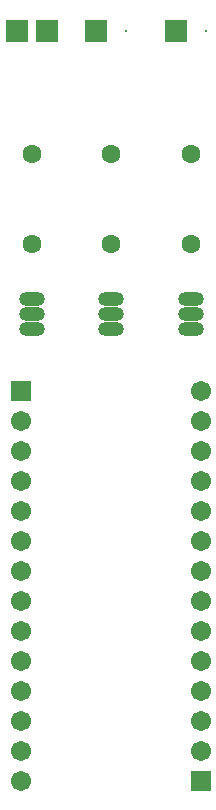
<source format=gts>
G04*
G04 #@! TF.GenerationSoftware,Altium Limited,Altium Designer,21.8.1 (53)*
G04*
G04 Layer_Color=8388736*
%FSLAX43Y43*%
%MOMM*%
G71*
G04*
G04 #@! TF.SameCoordinates,66F54AA5-4339-448A-9D2F-A4C3E20FB0C7*
G04*
G04*
G04 #@! TF.FilePolarity,Negative*
G04*
G01*
G75*
%ADD14R,1.703X1.703*%
%ADD15C,1.703*%
%ADD16O,2.203X1.203*%
%ADD17O,2.203X1.203*%
%ADD18C,1.603*%
%ADD19R,1.981X1.981*%
%ADD20C,0.203*%
D14*
X2667Y35052D02*
D03*
X17907Y2032D02*
D03*
D15*
X2667Y32512D02*
D03*
Y29972D02*
D03*
Y27432D02*
D03*
Y24892D02*
D03*
Y22352D02*
D03*
Y19812D02*
D03*
Y17272D02*
D03*
Y14732D02*
D03*
Y12192D02*
D03*
Y9652D02*
D03*
Y7112D02*
D03*
Y4572D02*
D03*
Y2032D02*
D03*
X17907Y4572D02*
D03*
Y7112D02*
D03*
Y9652D02*
D03*
Y12192D02*
D03*
Y14732D02*
D03*
Y17272D02*
D03*
Y19812D02*
D03*
Y22352D02*
D03*
Y24892D02*
D03*
Y27432D02*
D03*
Y29972D02*
D03*
Y32512D02*
D03*
Y35052D02*
D03*
D16*
X3560Y40259D02*
D03*
Y41529D02*
D03*
X10287Y40259D02*
D03*
Y41529D02*
D03*
X17014Y40259D02*
D03*
Y41529D02*
D03*
D17*
X3560Y42799D02*
D03*
X10287D02*
D03*
X17014D02*
D03*
D18*
X10287Y47498D02*
D03*
Y55118D02*
D03*
X3560Y47498D02*
D03*
Y55118D02*
D03*
X17014Y47498D02*
D03*
Y55118D02*
D03*
D19*
X4831Y65532D02*
D03*
X2290D02*
D03*
X9017D02*
D03*
X15743D02*
D03*
D20*
X11557D02*
D03*
X18284D02*
D03*
M02*

</source>
